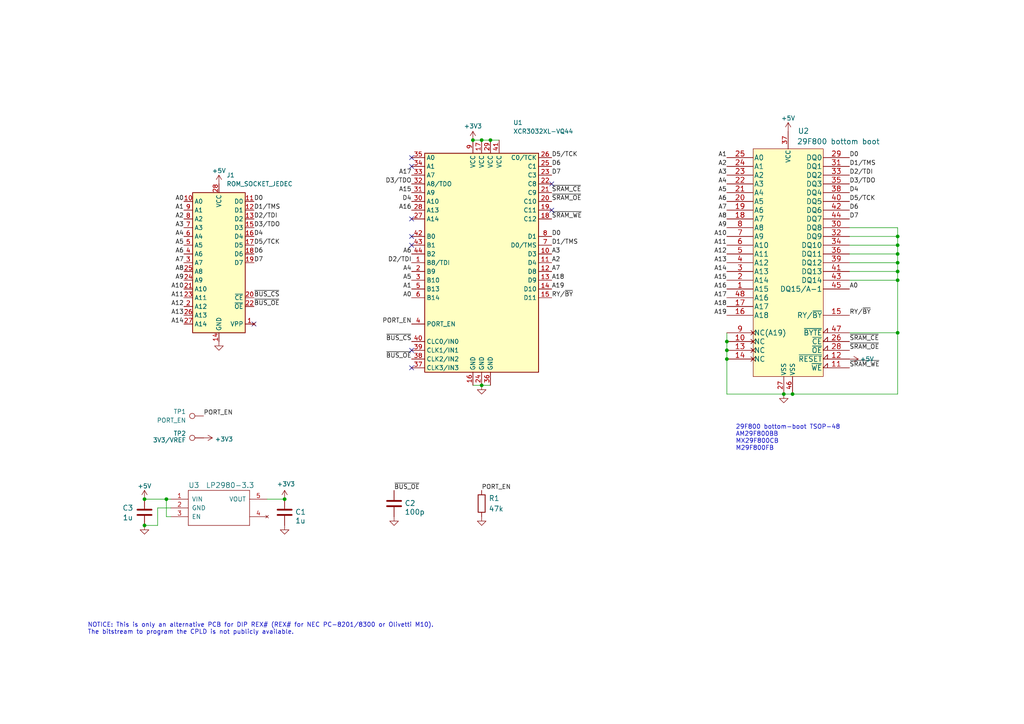
<source format=kicad_sch>
(kicad_sch (version 20231120) (generator "eeschema") (generator_version "8.0")
  (paper "A4")
  (title_block (title "REX Sharp JEDEC bkw") (date "2025-01-01") (rev "003") (company "Brian K. White - b.kenyon.w@gmail.com") (comment 1 "Original Design: Steven Adolph") (comment 2 "DIP version of REX# compatible with NEC, M10, K85"))
  (lib_symbols
    (symbol "000_LOCAL:29F800" (pin_names (offset 0.254))
      (property "Reference" "U" (at -10.16 3.81 0))
      (property "Value" "29F800" (at 2.54 3.81 0))
      (symbol "29F800_1_0"
        (pin power_in line (at -1.27 -68.58 90) (length 5.08) (name "VSS") (number "27"))
        (pin power_in line (at 0 7.62 270) (length 5.08) (name "VCC") (number "37"))
        (pin power_in line (at 1.27 -68.58 90) (length 5.08) (name "VSS") (number "46"))
      )
      (symbol "29F800_1_1"
        (rectangle (start -10.16 2.54) (end 10.16 -63.5) (fill (type background)))
        (pin input line (at -17.78 -38.1 0) (length 7.62) (name "A15") (number "1"))
        (pin passive non_logic (at -17.78 -53.34 0) (length 7.62) (name "NC") (number "10"))
        (pin input input_low (at 17.78 -60.96 180) (length 7.62) (name "~{WE}") (number "11"))
        (pin input input_low (at 17.78 -58.42 180) (length 7.62) (name "~{RESET}") (number "12"))
        (pin passive non_logic (at -17.78 -55.88 0) (length 7.62) (name "NC") (number "13"))
        (pin passive non_logic (at -17.78 -58.42 0) (length 7.62) (name "NC") (number "14"))
        (pin output line (at 17.78 -45.72 180) (length 7.62) (name "RY/~{BY}") (number "15"))
        (pin input line (at -17.78 -45.72 0) (length 7.62) (name "A18") (number "16"))
        (pin input line (at -17.78 -43.18 0) (length 7.62) (name "A17") (number "17"))
        (pin input line (at -17.78 -17.78 0) (length 7.62) (name "A7") (number "18"))
        (pin input line (at -17.78 -15.24 0) (length 7.62) (name "A6") (number "19"))
        (pin input line (at -17.78 -35.56 0) (length 7.62) (name "A14") (number "2"))
        (pin input line (at -17.78 -12.7 0) (length 7.62) (name "A5") (number "20"))
        (pin input line (at -17.78 -10.16 0) (length 7.62) (name "A4") (number "21"))
        (pin input line (at -17.78 -7.62 0) (length 7.62) (name "A3") (number "22"))
        (pin input line (at -17.78 -5.08 0) (length 7.62) (name "A2") (number "23"))
        (pin input line (at -17.78 -2.54 0) (length 7.62) (name "A1") (number "24"))
        (pin input line (at -17.78 0 0) (length 7.62) (name "A0") (number "25"))
        (pin input input_low (at 17.78 -53.34 180) (length 7.62) (name "~{CE}") (number "26"))
        (pin input input_low (at 17.78 -55.88 180) (length 7.62) (name "~{OE}") (number "28"))
        (pin bidirectional line (at 17.78 0 180) (length 7.62) (name "DQ0") (number "29"))
        (pin input line (at -17.78 -33.02 0) (length 7.62) (name "A13") (number "3"))
        (pin bidirectional line (at 17.78 -20.32 180) (length 7.62) (name "DQ8") (number "30"))
        (pin bidirectional line (at 17.78 -2.54 180) (length 7.62) (name "DQ1") (number "31"))
        (pin bidirectional line (at 17.78 -22.86 180) (length 7.62) (name "DQ9") (number "32"))
        (pin bidirectional line (at 17.78 -5.08 180) (length 7.62) (name "DQ2") (number "33"))
        (pin bidirectional line (at 17.78 -25.4 180) (length 7.62) (name "DQ10") (number "34"))
        (pin bidirectional line (at 17.78 -7.62 180) (length 7.62) (name "DQ3") (number "35"))
        (pin bidirectional line (at 17.78 -27.94 180) (length 7.62) (name "DQ11") (number "36"))
        (pin bidirectional line (at 17.78 -10.16 180) (length 7.62) (name "DQ4") (number "38"))
        (pin bidirectional line (at 17.78 -30.48 180) (length 7.62) (name "DQ12") (number "39"))
        (pin input line (at -17.78 -30.48 0) (length 7.62) (name "A12") (number "4"))
        (pin bidirectional line (at 17.78 -12.7 180) (length 7.62) (name "DQ5") (number "40"))
        (pin bidirectional line (at 17.78 -33.02 180) (length 7.62) (name "DQ13") (number "41"))
        (pin bidirectional line (at 17.78 -15.24 180) (length 7.62) (name "DQ6") (number "42"))
        (pin bidirectional line (at 17.78 -35.56 180) (length 7.62) (name "DQ14") (number "43"))
        (pin bidirectional line (at 17.78 -17.78 180) (length 7.62) (name "DQ7") (number "44"))
        (pin bidirectional line (at 17.78 -38.1 180) (length 7.62) (name "DQ15/A-1") (number "45"))
        (pin input input_low (at 17.78 -50.8 180) (length 7.62) (name "~{BYTE}") (number "47"))
        (pin input line (at -17.78 -40.64 0) (length 7.62) (name "A16") (number "48"))
        (pin input line (at -17.78 -27.94 0) (length 7.62) (name "A11") (number "5"))
        (pin input line (at -17.78 -25.4 0) (length 7.62) (name "A10") (number "6"))
        (pin input line (at -17.78 -22.86 0) (length 7.62) (name "A9") (number "7"))
        (pin input line (at -17.78 -20.32 0) (length 7.62) (name "A8") (number "8"))
        (pin passive non_logic (at -17.78 -50.8 0) (length 7.62) (name "NC(A19)") (number "9"))
      )
    )
    (symbol "000_LOCAL:C" (pin_numbers hide) (pin_names (offset 0.254))
      (property "Reference" "C" (at 0.635 2.54 0))
      (property "Value" "C" (at 0.635 -2.54 0))
      (symbol "C_0_1"
        (polyline (pts (xy -2.032 -0.762) (xy 2.032 -0.762)) (stroke (width 0.508)))
        (polyline (pts (xy -2.032 0.762) (xy 2.032 0.762)) (stroke (width 0.508)))
      )
      (symbol "C_1_1"
        (pin passive line (at 0 3.81 270) (length 2.794) (name "~") (number "1"))
        (pin passive line (at 0 -3.81 90) (length 2.794) (name "~") (number "2"))
      )
    )
    (symbol "000_LOCAL:LP2980" (pin_names (offset 1.016))
      (property "Value" "LP2980" (at -2.54 -10.16 0))
      (symbol "LP2980_1_0"
        (polyline (pts (xy -7.62 -5.08) (xy 10.16 -5.08)))
        (polyline (pts (xy -7.62 5.08) (xy -7.62 -5.08)))
        (polyline (pts (xy 10.16 -5.08) (xy 10.16 5.08)))
        (polyline (pts (xy 10.16 5.08) (xy -7.62 5.08)))
        (pin power_in line (at -12.7 2.54 0) (length 5.08) (name "VIN") (number "1"))
        (pin power_in line (at -12.7 0 0) (length 5.08) (name "GND") (number "2"))
        (pin input line (at -12.7 -2.54 0) (length 5.08) (name "EN") (number "3"))
        (pin no_connect line (at 15.24 -2.54 180) (length 5.08) (name "~") (number "4"))
        (pin power_out line (at 15.24 2.54 180) (length 5.08) (name "VOUT") (number "5"))
      )
    )
    (symbol "000_LOCAL:R" (pin_numbers hide) (pin_names (offset 0))
      (property "Reference" "R" (at 2.032 0 90))
      (property "Value" "R" (at 0 0 90))
      (symbol "R_0_1"
        (rectangle (start -1.016 -2.54) (end 1.016 2.54) (stroke (width 0.254)))
      )
      (symbol "R_1_1"
        (pin passive line (at 0 3.81 270) (length 1.27) (name "~") (number "1"))
        (pin passive line (at 0 -3.81 90) (length 1.27) (name "~") (number "2"))
      )
    )
    (symbol "000_LOCAL:ROM_SOCKET_JEDEC"
      (property "Reference" "J" (at 2.286 25.4 0))
      (property "Value" "ROM_SOCKET_JEDEC" (at 2.032 22.606 0))
      (symbol "ROM_SOCKET_JEDEC_1_1"
        (rectangle (start -7.62 20.32) (end 7.62 -20.32) (stroke (width 0.254)) (fill (type background)))
        (pin no_connect line (at 10.16 -17.78 180) (length 2.54) (name "VPP") (number "1"))
        (pin output line (at -10.16 17.78 0) (length 2.54) (name "A0") (number "10"))
        (pin bidirectional line (at 10.16 17.78 180) (length 2.54) (name "D0") (number "11"))
        (pin bidirectional line (at 10.16 15.24 180) (length 2.54) (name "D1") (number "12"))
        (pin bidirectional line (at 10.16 12.7 180) (length 2.54) (name "D2") (number "13"))
        (pin power_out line (at 0 -22.86 90) (length 2.54) (name "GND") (number "14"))
        (pin bidirectional line (at 10.16 10.16 180) (length 2.54) (name "D3") (number "15"))
        (pin bidirectional line (at 10.16 7.62 180) (length 2.54) (name "D4") (number "16"))
        (pin bidirectional line (at 10.16 5.08 180) (length 2.54) (name "D5") (number "17"))
        (pin bidirectional line (at 10.16 2.54 180) (length 2.54) (name "D6") (number "18"))
        (pin bidirectional line (at 10.16 0 180) (length 2.54) (name "D7") (number "19"))
        (pin output line (at -10.16 -12.7 0) (length 2.54) (name "A12") (number "2"))
        (pin output line (at 10.16 -10.16 180) (length 2.54) (name "~{CE}") (number "20"))
        (pin output line (at -10.16 -7.62 0) (length 2.54) (name "A10") (number "21"))
        (pin output line (at 10.16 -12.7 180) (length 2.54) (name "~{OE}") (number "22"))
        (pin output line (at -10.16 -10.16 0) (length 2.54) (name "A11") (number "23"))
        (pin output line (at -10.16 -5.08 0) (length 2.54) (name "A9") (number "24"))
        (pin output line (at -10.16 -2.54 0) (length 2.54) (name "A8") (number "25"))
        (pin output line (at -10.16 -15.24 0) (length 2.54) (name "A13") (number "26"))
        (pin output line (at -10.16 -17.78 0) (length 2.54) (name "A14") (number "27"))
        (pin power_out line (at 0 22.86 270) (length 2.54) (name "VCC") (number "28"))
        (pin output line (at -10.16 0 0) (length 2.54) (name "A7") (number "3"))
        (pin output line (at -10.16 2.54 0) (length 2.54) (name "A6") (number "4"))
        (pin output line (at -10.16 5.08 0) (length 2.54) (name "A5") (number "5"))
        (pin output line (at -10.16 7.62 0) (length 2.54) (name "A4") (number "6"))
        (pin output line (at -10.16 10.16 0) (length 2.54) (name "A3") (number "7"))
        (pin output line (at -10.16 12.7 0) (length 2.54) (name "A2") (number "8"))
        (pin output line (at -10.16 15.24 0) (length 2.54) (name "A1") (number "9"))
      )
    )
    (symbol "000_LOCAL:TestPoint" (pin_numbers hide) (pin_names (offset 0.762) hide)
      (property "Reference" "TP" (at 0 6.858 0))
      (property "Value" "TestPoint" (at 0 5.08 0))
      (symbol "TestPoint_0_1"
        (circle (center 0 3.302) (radius 0.762))
      )
      (symbol "TestPoint_1_1"
        (pin passive line (at 0 0 90) (length 2.54) (name "1") (number "1"))
      )
    )
    (symbol "000_LOCAL:XCR3064-VQ44"
      (property "Reference" "U" (at 0.254 2.032 0))
      (property "Value" "XCR3064-VQ44" (at 0.127 -2.286 0))
      (symbol "XCR3064-VQ44_1_1"
        (rectangle (start -16.51 31.75) (end 16.51 -31.75) (stroke (width 0.254)) (fill (type background)))
        (pin passive line (at -20.32 0 0) (length 3.81) (name "B8/TDI") (number "1"))
        (pin passive line (at 20.32 2.54 180) (length 3.81) (name "D3") (number "10"))
        (pin passive line (at 20.32 0 180) (length 3.81) (name "D4") (number "11"))
        (pin passive line (at 20.32 -2.54 180) (length 3.81) (name "D8") (number "12"))
        (pin passive line (at 20.32 -5.08 180) (length 3.81) (name "D9") (number "13"))
        (pin passive line (at 20.32 -7.62 180) (length 3.81) (name "D10") (number "14"))
        (pin passive line (at 20.32 -10.16 180) (length 3.81) (name "D11") (number "15"))
        (pin power_in line (at -2.54 -35.56 90) (length 3.81) (name "GND") (number "16"))
        (pin power_in line (at 0 35.56 270) (length 3.81) (name "VCC") (number "17"))
        (pin passive line (at 20.32 12.7 180) (length 3.81) (name "C12") (number "18"))
        (pin passive line (at 20.32 15.24 180) (length 3.81) (name "C11") (number "19"))
        (pin passive line (at -20.32 -2.54 0) (length 3.81) (name "B9") (number "2"))
        (pin passive line (at 20.32 17.78 180) (length 3.81) (name "C10") (number "20"))
        (pin passive line (at 20.32 20.32 180) (length 3.81) (name "C9") (number "21"))
        (pin passive line (at 20.32 22.86 180) (length 3.81) (name "C8") (number "22"))
        (pin passive line (at 20.32 25.4 180) (length 3.81) (name "C3") (number "23"))
        (pin power_in line (at 0 -35.56 90) (length 3.81) (name "GND") (number "24"))
        (pin passive line (at 20.32 27.94 180) (length 3.81) (name "C1") (number "25"))
        (pin passive line (at 20.32 30.48 180) (length 3.81) (name "C0/TCK") (number "26"))
        (pin passive line (at -20.32 12.7 0) (length 3.81) (name "A14") (number "27"))
        (pin passive line (at -20.32 15.24 0) (length 3.81) (name "A13") (number "28"))
        (pin power_in line (at 2.54 35.56 270) (length 3.81) (name "VCC") (number "29"))
        (pin passive line (at -20.32 -5.08 0) (length 3.81) (name "B10") (number "3"))
        (pin passive line (at -20.32 17.78 0) (length 3.81) (name "A10") (number "30"))
        (pin passive line (at -20.32 20.32 0) (length 3.81) (name "A9") (number "31"))
        (pin passive line (at -20.32 22.86 0) (length 3.81) (name "A8/TDO") (number "32"))
        (pin passive line (at -20.32 25.4 0) (length 3.81) (name "A7") (number "33"))
        (pin passive line (at -20.32 27.94 0) (length 3.81) (name "A1") (number "34"))
        (pin passive line (at -20.32 30.48 0) (length 3.81) (name "A0") (number "35"))
        (pin power_in line (at 2.54 -35.56 90) (length 3.81) (name "GND") (number "36"))
        (pin input line (at -20.32 -30.48 0) (length 3.81) (name "CLK3/IN3") (number "37"))
        (pin input line (at -20.32 -27.94 0) (length 3.81) (name "CLK2/IN2") (number "38"))
        (pin input line (at -20.32 -25.4 0) (length 3.81) (name "CLK1/IN1") (number "39"))
        (pin input line (at -20.32 -17.78 0) (length 3.81) (name "PORT_EN") (number "4"))
        (pin input line (at -20.32 -22.86 0) (length 3.81) (name "CLC0/IN0") (number "40"))
        (pin power_in line (at 5.08 35.56 270) (length 3.81) (name "VCC") (number "41"))
        (pin passive line (at -20.32 7.62 0) (length 3.81) (name "B0") (number "42"))
        (pin passive line (at -20.32 5.08 0) (length 3.81) (name "B1") (number "43"))
        (pin passive line (at -20.32 2.54 0) (length 3.81) (name "B2") (number "44"))
        (pin passive line (at -20.32 -7.62 0) (length 3.81) (name "B13") (number "5"))
        (pin passive line (at -20.32 -10.16 0) (length 3.81) (name "B14") (number "6"))
        (pin passive line (at 20.32 5.08 180) (length 3.81) (name "D0/TMS") (number "7"))
        (pin passive line (at 20.32 7.62 180) (length 3.81) (name "D1") (number "8"))
        (pin power_in line (at -2.54 35.56 270) (length 3.81) (name "VCC") (number "9"))
      )
    )
    (symbol "power:+3V3" (power) (pin_names (offset 0))
      (property "Value" "+3V3" (at 0 3.556 0))
      (symbol "+3V3_0_1"
        (polyline (pts (xy -0.762 1.27) (xy 0 2.54)))
        (polyline (pts (xy 0 0) (xy 0 2.54)))
        (polyline (pts (xy 0 2.54) (xy 0.762 1.27)))
      )
      (symbol "+3V3_1_1"
        (pin power_in line (at 0 0 90) (length 0) hide (name "+3V3") (number "1"))
      )
    )
    (symbol "power:+5V" (power) (pin_names (offset 0))
      (property "Value" "+5V" (at 0 3.556 0))
      (symbol "+5V_0_1"
        (polyline (pts (xy -0.762 1.27) (xy 0 2.54)))
        (polyline (pts (xy 0 0) (xy 0 2.54)))
        (polyline (pts (xy 0 2.54) (xy 0.762 1.27)))
      )
      (symbol "+5V_1_1"
        (pin power_in line (at 0 0 90) (length 0) hide (name "+5V") (number "1"))
      )
    )
    (symbol "power:GND" (power) (pin_names (offset 0))
      (property "Value" "GND" (at 0 -3.81 0))
      (symbol "GND_0_1"
        (polyline (pts (xy 0 0) (xy 0 -1.27) (xy 1.27 -1.27) (xy 0 -2.54) (xy -1.27 -1.27) (xy 0 -1.27)))
      )
      (symbol "GND_1_1"
        (pin power_in line (at 0 0 270) (length 0) hide (name "GND") (number "1"))
      )
    )
  )
  (junction (at 260.35 81.28))
  (junction (at 41.91 152.4))
  (junction (at 260.35 68.58))
  (junction (at 260.35 96.52))
  (junction (at 260.35 76.2))
  (junction (at 139.7 40.64))
  (junction (at 260.35 73.66))
  (junction (at 260.35 78.74))
  (junction (at 137.16 40.64))
  (junction (at 227.33 114.3))
  (junction (at 210.82 104.14))
  (junction (at 210.82 99.06))
  (junction (at 48.26 144.78))
  (junction (at 260.35 71.12))
  (junction (at 139.7 111.76))
  (junction (at 41.91 144.78))
  (junction (at 229.87 114.3))
  (junction (at 210.82 101.6))
  (junction (at 142.24 40.64))
  (junction (at 82.55 144.78))
  (no_connect (at 119.38 48.26))
  (no_connect (at 119.38 45.72))
  (no_connect (at 119.38 71.12))
  (no_connect (at 119.38 68.58))
  (no_connect (at 119.38 101.6))
  (no_connect (at 119.38 106.68))
  (no_connect (at 73.66 93.98))
  (no_connect (at 160.02 53.34))
  (no_connect (at 119.38 63.5))
  (no_connect (at 160.02 60.96))
  (wire (pts (xy 48.26 144.78) (xy 49.53 144.78)))
  (wire (pts (xy 260.35 71.12) (xy 260.35 73.66)))
  (wire (pts (xy 260.35 81.28) (xy 260.35 96.52)))
  (wire (pts (xy 260.35 68.58) (xy 246.38 68.58)))
  (wire (pts (xy 260.35 76.2) (xy 246.38 76.2)))
  (wire (pts (xy 77.47 144.78) (xy 82.55 144.78)))
  (wire (pts (xy 210.82 101.6) (xy 210.82 104.14)))
  (wire (pts (xy 210.82 114.3) (xy 227.33 114.3)))
  (wire (pts (xy 227.33 114.3) (xy 229.87 114.3)))
  (wire (pts (xy 229.87 114.3) (xy 260.35 114.3)))
  (wire (pts (xy 260.35 66.04) (xy 260.35 68.58)))
  (wire (pts (xy 45.72 147.32) (xy 45.72 152.4)))
  (wire (pts (xy 48.26 144.78) (xy 48.26 149.86)))
  (wire (pts (xy 260.35 96.52) (xy 260.35 114.3)))
  (wire (pts (xy 260.35 73.66) (xy 246.38 73.66)))
  (wire (pts (xy 210.82 104.14) (xy 210.82 114.3)))
  (wire (pts (xy 260.35 78.74) (xy 246.38 78.74)))
  (wire (pts (xy 260.35 71.12) (xy 246.38 71.12)))
  (wire (pts (xy 41.91 152.4) (xy 45.72 152.4)))
  (wire (pts (xy 260.35 66.04) (xy 246.38 66.04)))
  (wire (pts (xy 139.7 40.64) (xy 142.24 40.64)))
  (wire (pts (xy 210.82 96.52) (xy 210.82 99.06)))
  (wire (pts (xy 260.35 96.52) (xy 246.38 96.52)))
  (wire (pts (xy 260.35 78.74) (xy 260.35 81.28)))
  (wire (pts (xy 137.16 111.76) (xy 139.7 111.76)))
  (wire (pts (xy 45.72 147.32) (xy 49.53 147.32)))
  (wire (pts (xy 210.82 99.06) (xy 210.82 101.6)))
  (wire (pts (xy 260.35 73.66) (xy 260.35 76.2)))
  (wire (pts (xy 41.91 144.78) (xy 48.26 144.78)))
  (wire (pts (xy 139.7 111.76) (xy 142.24 111.76)))
  (wire (pts (xy 260.35 81.28) (xy 246.38 81.28)))
  (wire (pts (xy 142.24 40.64) (xy 144.78 40.64)))
  (wire (pts (xy 260.35 68.58) (xy 260.35 71.12)))
  (wire (pts (xy 49.53 149.86) (xy 48.26 149.86)))
  (wire (pts (xy 260.35 76.2) (xy 260.35 78.74)))
  (wire (pts (xy 137.16 40.64) (xy 139.7 40.64)))
  (text "29F800 bottom-boot TSOP-48\nAM29F800BB\nMX29F800CB\nM29F800FB" (at 213.36 130.81 0) (effects (font (size 1.27 1.27)) (justify left bottom)))
  (text "NOTICE: This is only an alternative PCB for DIP REX# (REX# for NEC PC-8201/8300 or Olivetti M10).\nThe bitstream to program the CPLD is not publicly available.\n" (at 25.4 184.15 0) (effects (font (size 1.27 1.27)) (justify left bottom)))
  (label "A7" (at 53.34 76.2 180))
  (label "A19" (at 160.02 83.82 0))
  (label "A11" (at 53.34 86.36 180))
  (label "A3" (at 160.02 73.66 0))
  (label "D5{slash}TCK" (at 160.02 45.72 0))
  (label "A6" (at 53.34 73.66 180))
  (label "D1{slash}TMS" (at 246.38 48.26 0))
  (label "A8" (at 53.34 78.74 180))
  (label "A15" (at 210.82 81.28 180))
  (label "A2" (at 160.02 76.2 0))
  (label "D4" (at 246.38 55.88 0))
  (label "A18" (at 160.02 81.28 0))
  (label "A17" (at 119.38 50.8 180))
  (label "D2{slash}TDI" (at 246.38 50.8 0))
  (label "A7" (at 210.82 60.96 180))
  (label "A13" (at 210.82 76.2 180))
  (label "PORT_EN" (at 139.7 142.24 0))
  (label "A6" (at 210.82 58.42 180))
  (label "RY{slash}~{BY}" (at 160.02 86.36 0))
  (label "RY{slash}~{BY}" (at 246.38 91.44 0))
  (label "A2" (at 210.82 48.26 180))
  (label "D3{slash}TDO" (at 246.38 53.34 0))
  (label "A3" (at 53.34 66.04 180))
  (label "~{BUS_OE}" (at 119.38 104.14 180))
  (label "A17" (at 210.82 86.36 180))
  (label "~{SRAM_WE}" (at 246.38 106.68 0))
  (label "~{SRAM_OE}" (at 160.02 58.42 0))
  (label "A1" (at 119.38 83.82 180))
  (label "A7" (at 160.02 78.74 0))
  (label "D5{slash}TCK" (at 246.38 58.42 0))
  (label "A5" (at 53.34 71.12 180))
  (label "~{SRAM_WE}" (at 160.02 63.5 0))
  (label "A14" (at 53.34 93.98 180))
  (label "D3{slash}TDO" (at 119.38 53.34 180))
  (label "A16" (at 210.82 83.82 180))
  (label "D0" (at 73.66 58.42 0))
  (label "A12" (at 210.82 73.66 180))
  (label "A12" (at 53.34 88.9 180))
  (label "D7" (at 73.66 76.2 0))
  (label "D0" (at 160.02 68.58 0))
  (label "D2{slash}TDI" (at 119.38 76.2 180))
  (label "A13" (at 53.34 91.44 180))
  (label "~{SRAM_CE}" (at 160.02 55.88 0))
  (label "A6" (at 119.38 73.66 180))
  (label "A10" (at 53.34 83.82 180))
  (label "A1" (at 210.82 45.72 180))
  (label "A18" (at 210.82 88.9 180))
  (label "A0" (at 119.38 86.36 180))
  (label "D2{slash}TDI" (at 73.66 63.5 0))
  (label "A9" (at 53.34 81.28 180))
  (label "D6" (at 160.02 48.26 0))
  (label "D4" (at 119.38 58.42 180))
  (label "~{BUS_CS}" (at 119.38 99.06 180))
  (label "A4" (at 119.38 78.74 180))
  (label "D0" (at 246.38 45.72 0))
  (label "A5" (at 210.82 55.88 180))
  (label "D4" (at 73.66 68.58 0))
  (label "A2" (at 53.34 63.5 180))
  (label "D1{slash}TMS" (at 73.66 60.96 0))
  (label "PORT_EN" (at 119.38 93.98 180))
  (label "~{BUS_OE}" (at 73.66 88.9 0))
  (label "A14" (at 210.82 78.74 180))
  (label "A9" (at 210.82 66.04 180))
  (label "A19" (at 210.82 91.44 180))
  (label "A0" (at 53.34 58.42 180))
  (label "A4" (at 53.34 68.58 180))
  (label "A1" (at 53.34 60.96 180))
  (label "A8" (at 210.82 63.5 180))
  (label "D7" (at 246.38 63.5 0))
  (label "~{SRAM_CE}" (at 246.38 99.06 0))
  (label "~{BUS_OE}" (at 114.3 142.24 0))
  (label "~{BUS_CS}" (at 73.66 86.36 0))
  (label "A10" (at 210.82 68.58 180))
  (label "D6" (at 246.38 60.96 0))
  (label "A3" (at 210.82 50.8 180))
  (label "D1{slash}TMS" (at 160.02 71.12 0))
  (label "A16" (at 119.38 60.96 180))
  (label "D5{slash}TCK" (at 73.66 71.12 0))
  (label "D6" (at 73.66 73.66 0))
  (label "D3{slash}TDO" (at 73.66 66.04 0))
  (label "A0" (at 246.38 83.82 0))
  (label "PORT_EN" (at 59.055 120.65 0))
  (label "D7" (at 160.02 50.8 0))
  (label "A11" (at 210.82 71.12 180))
  (label "A4" (at 210.82 53.34 180))
  (label "A5" (at 119.38 81.28 180))
  (label "A15" (at 119.38 55.88 180))
  (label "~{SRAM_OE}" (at 246.38 101.6 0))
  (symbol (lib_id "000_LOCAL:R") (at 139.7 146.05 180) (unit 1)
    (property "Reference" "R1" (at 141.732 144.526 0) (effects (font (size 1.4986 1.4986)) (justify right)))
    (property "Value" "47k" (at 141.732 147.574 0) (effects (font (size 1.4986 1.4986)) (justify right)))
    (property "Footprint" "000_LOCAL:R_0805" (effects (hide yes)))
  )
  (symbol (lib_id "000_LOCAL:C") (at 82.55 148.59 0) (unit 1)
    (property "Reference" "C1" (at 85.598 149.352 0) (effects (font (size 1.4986 1.4986)) (justify left bottom)))
    (property "Value" "1u" (at 85.598 151.892 0) (effects (font (size 1.4986 1.4986)) (justify left bottom)))
    (property "Footprint" "000_LOCAL:C_0805" (effects (hide yes)))
  )
  (symbol (lib_id "power:+3V3") (at 82.55 144.78 0) (unit 1)
    (property "Reference" "#PWR0105" (effects (hide yes)))
    (property "Value" "+3V3" (at 82.931 140.3858 0))
  )
  (symbol (lib_id "000_LOCAL:LP2980") (at 62.23 147.32 0) (unit 1)
    (property "Reference" "U3" (at 54.61 141.605 0) (effects (font (size 1.4986 1.4986)) (justify left bottom)))
    (property "Value" "LP2980-3.3" (at 59.69 141.605 0) (effects (font (size 1.4986 1.4986)) (justify left bottom)))
    (property "Footprint" "000_LOCAL:SOT-23-5" (effects (hide yes)))
  )
  (symbol (lib_id "000_LOCAL:29F800") (at 228.6 45.72 0) (unit 1)
    (property "Reference" "U2" (at 231.394 38.862 0) (effects (font (size 1.524 1.524)) (justify left bottom)))
    (property "Value" "29F800 bottom boot" (at 231.14 41.91 0) (effects (font (size 1.524 1.524)) (justify left bottom)))
    (property "Footprint" "000_LOCAL:TSOP-48" (effects (hide yes)))
  )
  (symbol (lib_id "power:+3V3") (at 137.16 40.64 0) (unit 1)
    (property "Reference" "#PWR0113" (effects (hide yes)))
    (property "Value" "+3V3" (at 137.16 36.576 0))
  )
  (symbol (lib_id "power:+5V") (at 228.6 38.1 0) (unit 1)
    (property "Reference" "#PWR0119" (effects (hide yes)))
    (property "Value" "+5V" (at 228.6 34.29 0))
  )
  (symbol (lib_id "power:+5V") (at 63.5 53.34 0) (unit 1)
    (property "Reference" "#PWR0120" (effects (hide yes)))
    (property "Value" "+5V" (at 63.5 49.53 0))
  )
  (symbol (lib_id "power:GND") (at 227.33 114.3 0) (unit 1)
    (property "Reference" "#PWR06" (effects (hide yes)))
    (property "Value" "GND" (effects (hide yes)))
  )
  (symbol (lib_id "power:+3V3") (at 59.055 127 270) (unit 1)
    (property "Reference" "#PWR0107" (effects (hide yes)))
    (property "Value" "+3V3" (at 62.3062 127.381 90) (effects (justify left)))
  )
  (symbol (lib_id "000_LOCAL:TestPoint") (at 59.055 120.65 90) (unit 1)
    (property "Reference" "TP1" (at 53.975 119.38 90) (effects (justify left)))
    (property "Value" "PORT_EN" (at 53.975 121.92 90) (effects (justify left)))
    (property "Footprint" "000_LOCAL:1x1_pin_h" (effects (hide yes)))
  )
  (symbol (lib_id "000_LOCAL:TestPoint") (at 59.055 127 90) (unit 1)
    (property "Reference" "TP2" (at 53.975 125.73 90) (effects (justify left)))
    (property "Value" "3V3/VREF" (at 53.975 127.635 90) (effects (justify left)))
    (property "Footprint" "000_LOCAL:1x1_pin_h" (effects (hide yes)))
  )
  (symbol (lib_id "power:+5V") (at 246.38 104.14 270) (unit 1)
    (property "Reference" "#PWR0103" (effects (hide yes)))
    (property "Value" "+5V" (at 251.46 104.14 90))
  )
  (symbol (lib_id "power:GND") (at 114.3 149.86 0) (unit 1)
    (property "Reference" "#PWR02" (effects (hide yes)))
    (property "Value" "GND" (effects (hide yes)))
  )
  (symbol (lib_id "power:GND") (at 41.91 152.4 0) (unit 1)
    (property "Reference" "#PWR0108" (effects (hide yes)))
    (property "Value" "GND" (effects (hide yes)))
  )
  (symbol (lib_id "power:GND") (at 139.7 149.86 0) (unit 1)
    (property "Reference" "#PWR03" (effects (hide yes)))
    (property "Value" "GND" (effects (hide yes)))
  )
  (symbol (lib_id "000_LOCAL:ROM_SOCKET_JEDEC") (at 63.5 76.2 0) (unit 1)
    (property "Reference" "J1" (at 65.6941 50.8 0) (effects (justify left)))
    (property "Value" "ROM_SOCKET_JEDEC" (at 65.6941 53.34 0) (effects (justify left)))
    (property "Footprint" "000_LOCAL:DIP-28_600_pcb" (effects (hide yes)))
    (property "Description" "OTP EPROM 256 KiBit" (effects (hide yes)))
  )
  (symbol (lib_id "power:GND") (at 63.5 99.06 0) (unit 1)
    (property "Reference" "#PWR05" (effects (hide yes)))
    (property "Value" "GND" (effects (hide yes)))
  )
  (symbol (lib_id "power:GND") (at 139.7 111.76 0) (unit 1)
    (property "Reference" "#PWR04" (effects (hide yes)))
    (property "Value" "GND" (effects (hide yes)))
  )
  (symbol (lib_id "000_LOCAL:C") (at 114.3 146.05 0) (unit 1)
    (property "Reference" "C2" (at 117.348 146.812 0) (effects (font (size 1.4986 1.4986)) (justify left bottom)))
    (property "Value" "100p" (at 117.348 149.352 0) (effects (font (size 1.4986 1.4986)) (justify left bottom)))
    (property "Footprint" "000_LOCAL:C_0805" (effects (hide yes)))
  )
  (symbol (lib_id "power:GND") (at 82.55 152.4 0) (unit 1)
    (property "Reference" "#PWR01" (effects (hide yes)))
    (property "Value" "GND" (effects (hide yes)))
  )
  (symbol (lib_id "000_LOCAL:C") (at 41.91 148.59 0) (unit 1)
    (property "Reference" "C3" (at 37.084 147.32 0) (effects (font (size 1.4986 1.4986))))
    (property "Value" "1u" (at 37.084 150.114 0) (effects (font (size 1.4986 1.4986))))
    (property "Footprint" "000_LOCAL:C_0805" (effects (hide yes)))
  )
  (symbol (lib_id "power:+5V") (at 41.91 144.78 0) (unit 1)
    (property "Reference" "#PWR0122" (effects (hide yes)))
    (property "Value" "+5V" (at 41.91 140.97 0))
  )
  (symbol (lib_id "000_LOCAL:XCR3064-VQ44") (at 139.7 76.2 0) (unit 1)
    (property "Reference" "U1" (at 148.844 35.56 0) (effects (justify left)))
    (property "Value" "XCR3032XL-VQ44" (at 148.844 38.1 0) (effects (justify left)))
    (property "Footprint" "000_LOCAL:VQFP44" (effects (hide yes)))
    (property "Datasheet" "https://www.xilinx.com/support/documentation/data_sheets/ds017.pdf" (effects (hide yes)))
  )
)
</source>
